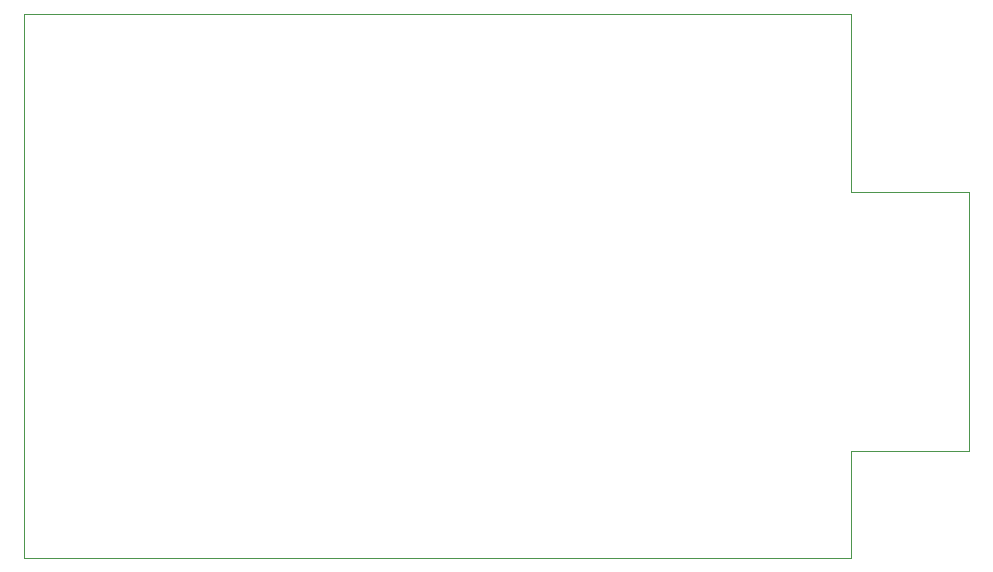
<source format=gko>
G04 Layer_Color=16711935*
%FSLAX25Y25*%
%MOIN*%
G70*
G01*
G75*
%ADD43C,0.00394*%
D43*
X0Y0D02*
Y181102D01*
X275590D01*
Y122047D02*
Y181102D01*
Y122047D02*
X314961D01*
Y35433D02*
Y122047D01*
X275590Y35433D02*
X314961D01*
X275590Y0D02*
Y35433D01*
X0Y0D02*
X275590D01*
M02*

</source>
